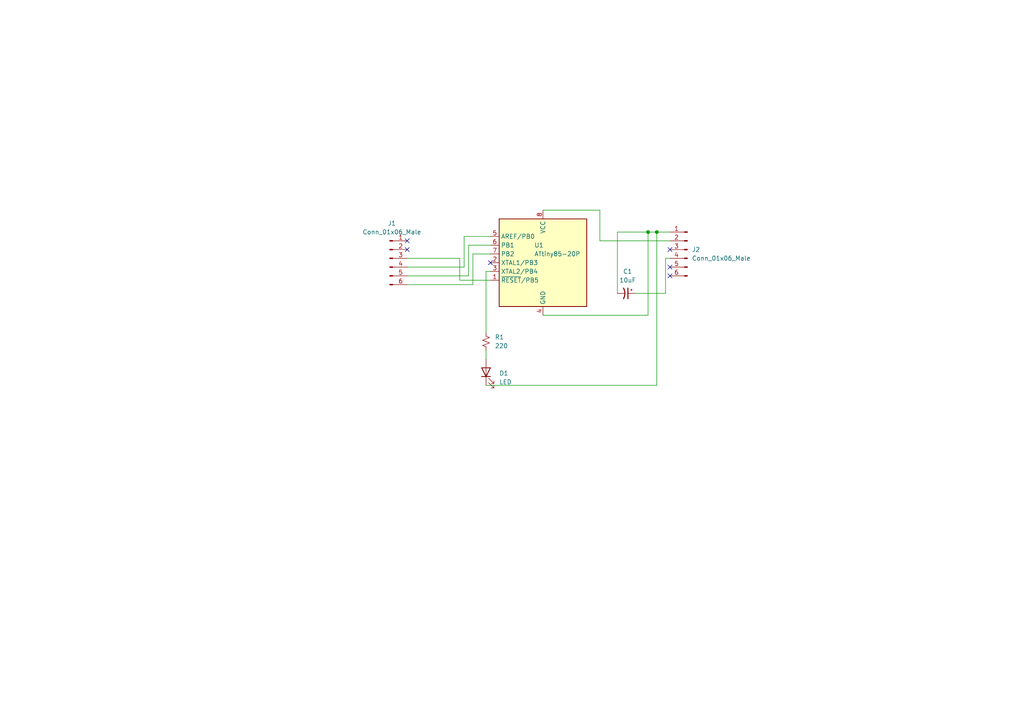
<source format=kicad_sch>
(kicad_sch (version 20211123) (generator eeschema)
  (paper "A4")
  (title_block (title "ATT Bootloader") (date "2023-04-23") (rev "A") (company "Beseta") (comment 1 "Designed by INTION") (comment 2 "Written by Emilio Bernal"))
  (lib_symbols
    (symbol "Connector:Conn_01x06_Male" (pin_names (offset 1.016) hide)
      (property "Reference" "J" (at 0 7.62 0))
      (property "Value" "Conn_01x06_Male" (at 0 -10.16 0))
      (symbol "Conn_01x06_Male_1_1"
        (polyline (pts (xy 1.27 -7.62) (xy 0.8636 -7.62)) (stroke (width 0.1524)))
        (polyline (pts (xy 1.27 -5.08) (xy 0.8636 -5.08)) (stroke (width 0.1524)))
        (polyline (pts (xy 1.27 -2.54) (xy 0.8636 -2.54)) (stroke (width 0.1524)))
        (polyline (pts (xy 1.27 0) (xy 0.8636 0)) (stroke (width 0.1524)))
        (polyline (pts (xy 1.27 2.54) (xy 0.8636 2.54)) (stroke (width 0.1524)))
        (polyline (pts (xy 1.27 5.08) (xy 0.8636 5.08)) (stroke (width 0.1524)))
        (rectangle (start 0.8636 -7.493) (end 0 -7.747) (stroke (width 0.1524)) (fill (type outline)))
        (rectangle (start 0.8636 -4.953) (end 0 -5.207) (stroke (width 0.1524)) (fill (type outline)))
        (rectangle (start 0.8636 -2.413) (end 0 -2.667) (stroke (width 0.1524)) (fill (type outline)))
        (rectangle (start 0.8636 0.127) (end 0 -0.127) (stroke (width 0.1524)) (fill (type outline)))
        (rectangle (start 0.8636 2.667) (end 0 2.413) (stroke (width 0.1524)) (fill (type outline)))
        (rectangle (start 0.8636 5.207) (end 0 4.953) (stroke (width 0.1524)) (fill (type outline)))
        (pin passive line (at 5.08 5.08 180) (length 3.81) (name "Pin_1") (number "1"))
        (pin passive line (at 5.08 2.54 180) (length 3.81) (name "Pin_2") (number "2"))
        (pin passive line (at 5.08 0 180) (length 3.81) (name "Pin_3") (number "3"))
        (pin passive line (at 5.08 -2.54 180) (length 3.81) (name "Pin_4") (number "4"))
        (pin passive line (at 5.08 -5.08 180) (length 3.81) (name "Pin_5") (number "5"))
        (pin passive line (at 5.08 -7.62 180) (length 3.81) (name "Pin_6") (number "6"))
      )
    )
    (symbol "Device:C_Polarized_Small_US" (pin_numbers hide) (pin_names (offset 0.254) hide)
      (property "Reference" "C" (at 0.254 1.778 0))
      (property "Value" "C_Polarized_Small_US" (at 0.254 -2.032 0))
      (symbol "C_Polarized_Small_US_0_1"
        (polyline (pts (xy -1.524 0.508) (xy 1.524 0.508)) (stroke (width 0.3048)))
        (polyline (pts (xy -1.27 1.524) (xy -0.762 1.524)))
        (polyline (pts (xy -1.016 1.27) (xy -1.016 1.778)))
        (arc (start 1.524 -0.762) (mid 0 -0.3734) (end -1.524 -0.762) (stroke (width 0.3048)))
      )
      (symbol "C_Polarized_Small_US_1_1"
        (pin passive line (at 0 2.54 270) (length 2.032) (name "~") (number "1"))
        (pin passive line (at 0 -2.54 90) (length 2.032) (name "~") (number "2"))
      )
    )
    (symbol "Device:LED" (pin_numbers hide) (pin_names (offset 1.016) hide)
      (property "Reference" "D" (at 0 2.54 0))
      (property "Value" "LED" (at 0 -2.54 0))
      (symbol "LED_0_1"
        (polyline (pts (xy -1.27 -1.27) (xy -1.27 1.27)) (stroke (width 0.254)))
        (polyline (pts (xy -1.27 0) (xy 1.27 0)))
        (polyline (pts (xy 1.27 -1.27) (xy 1.27 1.27) (xy -1.27 0) (xy 1.27 -1.27)) (stroke (width 0.254)))
        (polyline (pts (xy -3.048 -0.762) (xy -4.572 -2.286) (xy -3.81 -2.286) (xy -4.572 -2.286) (xy -4.572 -1.524)))
        (polyline (pts (xy -1.778 -0.762) (xy -3.302 -2.286) (xy -2.54 -2.286) (xy -3.302 -2.286) (xy -3.302 -1.524)))
      )
      (symbol "LED_1_1"
        (pin passive line (at -3.81 0 0) (length 2.54) (name "K") (number "1"))
        (pin passive line (at 3.81 0 180) (length 2.54) (name "A") (number "2"))
      )
    )
    (symbol "Device:R_Small_US" (pin_numbers hide) (pin_names (offset 0.254) hide)
      (property "Reference" "R" (at 0.762 0.508 0))
      (property "Value" "R_Small_US" (at 0.762 -1.016 0))
      (symbol "R_Small_US_1_1"
        (polyline (pts (xy 0 0) (xy 1.016 -0.381) (xy 0 -0.762) (xy -1.016 -1.143) (xy 0 -1.524)))
        (polyline (pts (xy 0 1.524) (xy 1.016 1.143) (xy 0 0.762) (xy -1.016 0.381) (xy 0 0)))
        (pin passive line (at 0 2.54 270) (length 1.016) (name "~") (number "1"))
        (pin passive line (at 0 -2.54 90) (length 1.016) (name "~") (number "2"))
      )
    )
    (symbol "MCU_Microchip_ATtiny:ATtiny85-20P"
      (property "Reference" "U" (at -12.7 13.97 0))
      (property "Value" "ATtiny85-20P" (at 2.54 -13.97 0))
      (symbol "ATtiny85-20P_0_1"
        (rectangle (start -12.7 -12.7) (end 12.7 12.7) (stroke (width 0.254)) (fill (type background)))
      )
      (symbol "ATtiny85-20P_1_1"
        (pin bidirectional line (at 15.24 -5.08 180) (length 2.54) (name "~{RESET}/PB5") (number "1"))
        (pin bidirectional line (at 15.24 0 180) (length 2.54) (name "XTAL1/PB3") (number "2"))
        (pin bidirectional line (at 15.24 -2.54 180) (length 2.54) (name "XTAL2/PB4") (number "3"))
        (pin power_in line (at 0 -15.24 90) (length 2.54) (name "GND") (number "4"))
        (pin bidirectional line (at 15.24 7.62 180) (length 2.54) (name "AREF/PB0") (number "5"))
        (pin bidirectional line (at 15.24 5.08 180) (length 2.54) (name "PB1") (number "6"))
        (pin bidirectional line (at 15.24 2.54 180) (length 2.54) (name "PB2") (number "7"))
        (pin power_in line (at 0 15.24 270) (length 2.54) (name "VCC") (number "8"))
      )
    )
  )
  (junction (at 187.96 67.31))
  (junction (at 190.5 67.31))
  (no_connect (at 142.24 76.2))
  (no_connect (at 194.31 72.39))
  (no_connect (at 118.11 69.85))
  (no_connect (at 118.11 72.39))
  (no_connect (at 194.31 77.47))
  (no_connect (at 194.31 80.01))
  (wire (pts (xy 140.97 78.74) (xy 140.97 96.52)))
  (wire (pts (xy 187.96 91.44) (xy 187.96 67.31)))
  (wire (pts (xy 157.48 91.44) (xy 187.96 91.44)))
  (wire (pts (xy 173.99 60.96) (xy 157.48 60.96)))
  (wire (pts (xy 137.16 73.66) (xy 137.16 82.55)))
  (wire (pts (xy 142.24 68.58) (xy 134.62 68.58)))
  (wire (pts (xy 142.24 81.28) (xy 133.35 81.28)))
  (wire (pts (xy 190.5 67.31) (xy 194.31 67.31)))
  (wire (pts (xy 135.89 80.01) (xy 118.11 80.01)))
  (wire (pts (xy 179.07 67.31) (xy 187.96 67.31)))
  (wire (pts (xy 193.04 85.09) (xy 193.04 74.93)))
  (wire (pts (xy 135.89 71.12) (xy 135.89 80.01)))
  (wire (pts (xy 142.24 71.12) (xy 135.89 71.12)))
  (wire (pts (xy 133.35 74.93) (xy 118.11 74.93)))
  (wire (pts (xy 190.5 111.76) (xy 190.5 67.31)))
  (wire (pts (xy 193.04 74.93) (xy 194.31 74.93)))
  (wire (pts (xy 140.97 101.6) (xy 140.97 104.14)))
  (wire (pts (xy 173.99 69.85) (xy 173.99 60.96)))
  (wire (pts (xy 187.96 67.31) (xy 190.5 67.31)))
  (wire (pts (xy 194.31 69.85) (xy 173.99 69.85)))
  (wire (pts (xy 184.15 85.09) (xy 193.04 85.09)))
  (wire (pts (xy 142.24 78.74) (xy 140.97 78.74)))
  (wire (pts (xy 137.16 82.55) (xy 118.11 82.55)))
  (wire (pts (xy 140.97 111.76) (xy 190.5 111.76)))
  (wire (pts (xy 134.62 68.58) (xy 134.62 77.47)))
  (wire (pts (xy 134.62 77.47) (xy 118.11 77.47)))
  (wire (pts (xy 179.07 85.09) (xy 179.07 67.31)))
  (wire (pts (xy 133.35 81.28) (xy 133.35 74.93)))
  (wire (pts (xy 142.24 73.66) (xy 137.16 73.66)))
  (symbol (lib_id "Device:R_Small_US") (at 140.97 99.06 0) (unit 1)
    (property "Reference" "R1" (at 143.51 97.7899 0) (effects (justify left)))
    (property "Value" "220" (at 143.51 100.3299 0) (effects (justify left)))
    (property "Footprint" "Resistor_THT:R_Axial_DIN0204_L3.6mm_D1.6mm_P5.08mm_Horizontal" (effects hide))
  )
  (symbol (lib_id "Connector:Conn_01x06_Male") (at 113.03 74.93 0) (unit 1)
    (property "Reference" "J1" (at 113.665 64.77 0))
    (property "Value" "Conn_01x06_Male" (at 113.665 67.31 0))
    (property "Footprint" "Connector_PinHeader_2.54mm:PinHeader_1x06_P2.54mm_Vertical" (effects hide))
  )
  (symbol (lib_id "Device:C_Polarized_Small_US") (at 181.61 85.09 270) (unit 1)
    (property "Reference" "C1" (at 182.0418 78.74 90))
    (property "Value" "10uF" (at 182.0418 81.28 90))
    (property "Footprint" "Capacitor_THT:CP_Radial_D5.0mm_P2.50mm" (effects hide))
  )
  (symbol (lib_id "Connector:Conn_01x06_Male") (at 199.39 72.39 0) (mirror y) (unit 1)
    (property "Reference" "J2" (at 200.66 72.3899 0) (effects (justify right)))
    (property "Value" "Conn_01x06_Male" (at 200.66 74.9299 0) (effects (justify right)))
    (property "Footprint" "Connector_PinHeader_2.54mm:PinHeader_1x06_P2.54mm_Vertical" (effects hide))
  )
  (symbol (lib_id "MCU_Microchip_ATtiny:ATtiny85-20P") (at 157.48 76.2 0) (mirror y) (unit 1)
    (property "Reference" "U1" (at 154.94 71.12 0) (effects (justify right)))
    (property "Value" "ATtiny85-20P" (at 154.94 73.66 0) (effects (justify right)))
    (property "Footprint" "Package_DIP:DIP-8_W7.62mm" (effects hide))
    (property "Datasheet" "http://ww1.microchip.com/downloads/en/DeviceDoc/atmel-2586-avr-8-bit-microcontroller-attiny25-attiny45-attiny85_datasheet.pdf" (effects hide))
  )
  (symbol (lib_id "Device:LED") (at 140.97 107.95 90) (unit 1)
    (property "Reference" "D1" (at 144.78 108.2674 90) (effects (justify right)))
    (property "Value" "LED" (at 144.78 110.8074 90) (effects (justify right)))
    (property "Footprint" "LED_THT:LED_D1.8mm_W3.3mm_H2.4mm" (effects hide))
  )
)
</source>
